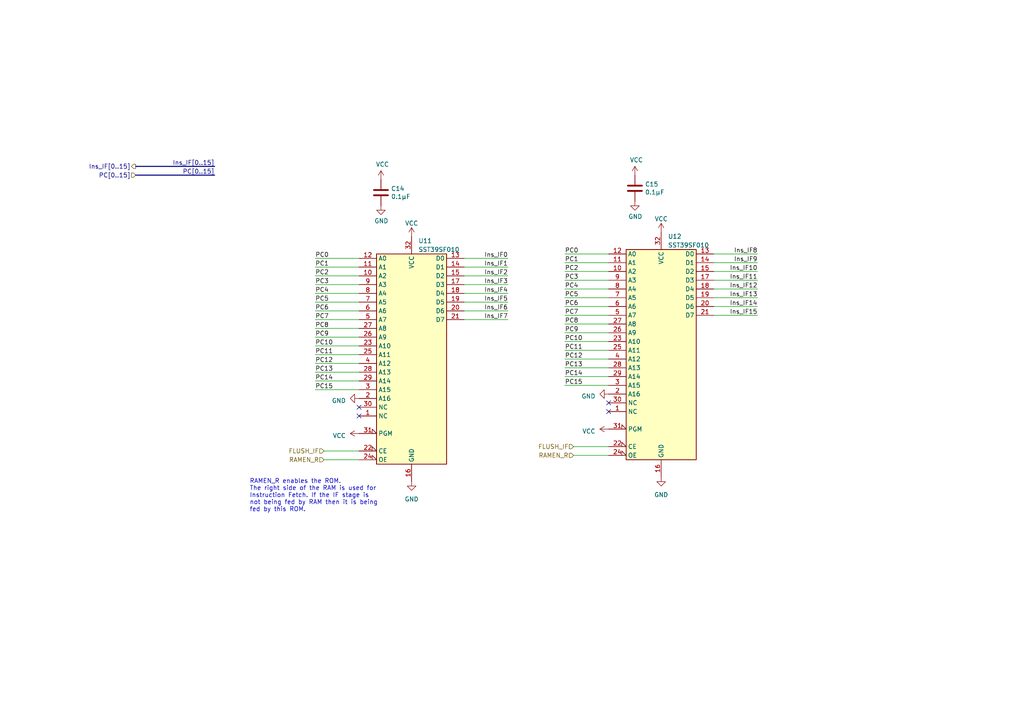
<source format=kicad_sch>
(kicad_sch (version 20250114) (generator "eeschema") (generator_version "9.0")
  (paper "A4")
  (title_block (date "2023-11-07") (rev "D"))
  (lib_symbols
    (symbol "Device:C" (pin_numbers (hide yes)) (pin_names (offset 0.254))
      (property "Reference" "C" (at 0.635 2.54 0))
      (property "Value" "C" (at 0.635 -2.54 0))
      (symbol "C_0_1"
        (polyline (pts (xy -2.032 0.762) (xy 2.032 0.762)) (stroke (width 0.508)))
        (polyline (pts (xy -2.032 -0.762) (xy 2.032 -0.762)) (stroke (width 0.508)))
      )
      (symbol "C_1_1"
        (pin passive line (at 0 3.81 270) (length 2.794) (name "~") (number "1"))
        (pin passive line (at 0 -3.81 90) (length 2.794) (name "~") (number "2"))
      )
    )
    (symbol "Memory_Flash:SST39SF010"
      (property "Reference" "U" (at 2.54 33.02 0))
      (property "Value" "SST39SF010" (at 0 -30.48 0))
      (symbol "SST39SF010_0_0"
        (pin power_in line (at 0 36.83 270) (length 5.08) (name "VCC") (number "32"))
        (pin power_in line (at 0 -34.29 90) (length 5.08) (name "GND") (number "16"))
      )
      (symbol "SST39SF010_0_1"
        (rectangle (start -10.16 31.75) (end 10.16 -29.21) (stroke (width 0.254)) (fill (type background)))
      )
      (symbol "SST39SF010_1_1"
        (pin input line (at -15.24 30.48 0) (length 5.08) (name "A0") (number "12"))
        (pin input line (at -15.24 27.94 0) (length 5.08) (name "A1") (number "11"))
        (pin input line (at -15.24 25.4 0) (length 5.08) (name "A2") (number "10"))
        (pin input line (at -15.24 22.86 0) (length 5.08) (name "A3") (number "9"))
        (pin input line (at -15.24 20.32 0) (length 5.08) (name "A4") (number "8"))
        (pin input line (at -15.24 17.78 0) (length 5.08) (name "A5") (number "7"))
        (pin input line (at -15.24 15.24 0) (length 5.08) (name "A6") (number "6"))
        (pin input line (at -15.24 12.7 0) (length 5.08) (name "A7") (number "5"))
        (pin input line (at -15.24 10.16 0) (length 5.08) (name "A8") (number "27"))
        (pin input line (at -15.24 7.62 0) (length 5.08) (name "A9") (number "26"))
        (pin input line (at -15.24 5.08 0) (length 5.08) (name "A10") (number "23"))
        (pin input line (at -15.24 2.54 0) (length 5.08) (name "A11") (number "25"))
        (pin input line (at -15.24 0 0) (length 5.08) (name "A12") (number "4"))
        (pin input line (at -15.24 -2.54 0) (length 5.08) (name "A13") (number "28"))
        (pin input line (at -15.24 -5.08 0) (length 5.08) (name "A14") (number "29"))
        (pin input line (at -15.24 -7.62 0) (length 5.08) (name "A15") (number "3"))
        (pin input line (at -15.24 -10.16 0) (length 5.08) (name "A16") (number "2"))
        (pin input line (at -15.24 -12.7 0) (length 5.08) (name "NC") (number "30"))
        (pin input line (at -15.24 -15.24 0) (length 5.08) (name "NC") (number "1"))
        (pin input input_low (at -15.24 -20.32 0) (length 5.08) (name "PGM") (number "31"))
        (pin input input_low (at -15.24 -25.4 0) (length 5.08) (name "CE") (number "22"))
        (pin input input_low (at -15.24 -27.94 0) (length 5.08) (name "OE") (number "24"))
        (pin tri_state line (at 15.24 30.48 180) (length 5.08) (name "D0") (number "13"))
        (pin tri_state line (at 15.24 27.94 180) (length 5.08) (name "D1") (number "14"))
        (pin tri_state line (at 15.24 25.4 180) (length 5.08) (name "D2") (number "15"))
        (pin tri_state line (at 15.24 22.86 180) (length 5.08) (name "D3") (number "17"))
        (pin tri_state line (at 15.24 20.32 180) (length 5.08) (name "D4") (number "18"))
        (pin tri_state line (at 15.24 17.78 180) (length 5.08) (name "D5") (number "19"))
        (pin tri_state line (at 15.24 15.24 180) (length 5.08) (name "D6") (number "20"))
        (pin tri_state line (at 15.24 12.7 180) (length 5.08) (name "D7") (number "21"))
      )
    )
    (symbol "power:GND" (power) (pin_names (offset 0))
      (property "Value" "GND" (at 0 -3.81 0))
      (symbol "GND_0_1"
        (polyline (pts (xy 0 0) (xy 0 -1.27) (xy 1.27 -1.27) (xy 0 -2.54) (xy -1.27 -1.27) (xy 0 -1.27)))
      )
      (symbol "GND_1_1"
        (pin power_in line (at 0 0 270) (length 0) (hide yes) (name "GND") (number "1"))
      )
    )
    (symbol "power:VCC" (power) (pin_names (offset 0))
      (property "Value" "VCC" (at 0 3.81 0))
      (symbol "VCC_0_1"
        (polyline (pts (xy -0.762 1.27) (xy 0 2.54)))
        (polyline (pts (xy 0 2.54) (xy 0.762 1.27)))
        (polyline (pts (xy 0 0) (xy 0 2.54)))
      )
      (symbol "VCC_1_1"
        (pin power_in line (at 0 0 90) (length 0) (hide yes) (name "VCC") (number "1"))
      )
    )
  )
  (text "RAMEN_R enables the ROM.\nThe right side of the RAM is used for\nInstruction Fetch. If the IF stage is\nnot being fed by RAM then it is being\nfed by this ROM." (at 72.39 148.59 0) (effects (font (size 1.27 1.27)) (justify left bottom)))
  (no_connect (at 176.53 119.38))
  (no_connect (at 104.14 118.11))
  (no_connect (at 104.14 120.65))
  (no_connect (at 176.53 116.84))
  (wire (pts (xy 91.44 85.09) (xy 104.14 85.09)))
  (wire (pts (xy 147.32 90.17) (xy 134.62 90.17)))
  (wire (pts (xy 163.83 101.6) (xy 176.53 101.6)))
  (wire (pts (xy 91.44 105.41) (xy 104.14 105.41)))
  (wire (pts (xy 163.83 81.28) (xy 176.53 81.28)))
  (wire (pts (xy 163.83 91.44) (xy 176.53 91.44)))
  (wire (pts (xy 91.44 80.01) (xy 104.14 80.01)))
  (wire (pts (xy 219.71 76.2) (xy 207.01 76.2)))
  (wire (pts (xy 91.44 92.71) (xy 104.14 92.71)))
  (wire (pts (xy 163.83 93.98) (xy 176.53 93.98)))
  (wire (pts (xy 91.44 113.03) (xy 104.14 113.03)))
  (wire (pts (xy 91.44 77.47) (xy 104.14 77.47)))
  (wire (pts (xy 91.44 107.95) (xy 104.14 107.95)))
  (wire (pts (xy 219.71 83.82) (xy 207.01 83.82)))
  (wire (pts (xy 147.32 80.01) (xy 134.62 80.01)))
  (wire (pts (xy 219.71 81.28) (xy 207.01 81.28)))
  (wire (pts (xy 91.44 100.33) (xy 104.14 100.33)))
  (bus (pts (xy 39.37 50.8) (xy 62.23 50.8)))
  (wire (pts (xy 147.32 92.71) (xy 134.62 92.71)))
  (wire (pts (xy 163.83 76.2) (xy 176.53 76.2)))
  (wire (pts (xy 163.83 111.76) (xy 176.53 111.76)))
  (wire (pts (xy 166.37 132.08) (xy 176.53 132.08)))
  (wire (pts (xy 163.83 78.74) (xy 176.53 78.74)))
  (wire (pts (xy 163.83 86.36) (xy 176.53 86.36)))
  (bus (pts (xy 39.37 48.26) (xy 62.23 48.26)))
  (wire (pts (xy 91.44 90.17) (xy 104.14 90.17)))
  (wire (pts (xy 91.44 87.63) (xy 104.14 87.63)))
  (wire (pts (xy 91.44 74.93) (xy 104.14 74.93)))
  (wire (pts (xy 147.32 74.93) (xy 134.62 74.93)))
  (wire (pts (xy 219.71 91.44) (xy 207.01 91.44)))
  (wire (pts (xy 147.32 77.47) (xy 134.62 77.47)))
  (wire (pts (xy 219.71 86.36) (xy 207.01 86.36)))
  (wire (pts (xy 219.71 88.9) (xy 207.01 88.9)))
  (wire (pts (xy 147.32 85.09) (xy 134.62 85.09)))
  (wire (pts (xy 147.32 87.63) (xy 134.62 87.63)))
  (wire (pts (xy 219.71 78.74) (xy 207.01 78.74)))
  (wire (pts (xy 163.83 104.14) (xy 176.53 104.14)))
  (wire (pts (xy 91.44 110.49) (xy 104.14 110.49)))
  (wire (pts (xy 163.83 109.22) (xy 176.53 109.22)))
  (wire (pts (xy 163.83 73.66) (xy 176.53 73.66)))
  (wire (pts (xy 91.44 95.25) (xy 104.14 95.25)))
  (wire (pts (xy 163.83 96.52) (xy 176.53 96.52)))
  (wire (pts (xy 91.44 97.79) (xy 104.14 97.79)))
  (wire (pts (xy 91.44 102.87) (xy 104.14 102.87)))
  (wire (pts (xy 163.83 88.9) (xy 176.53 88.9)))
  (wire (pts (xy 219.71 73.66) (xy 207.01 73.66)))
  (wire (pts (xy 91.44 82.55) (xy 104.14 82.55)))
  (wire (pts (xy 93.98 133.35) (xy 104.14 133.35)))
  (wire (pts (xy 93.98 130.81) (xy 104.14 130.81)))
  (wire (pts (xy 147.32 82.55) (xy 134.62 82.55)))
  (wire (pts (xy 163.83 83.82) (xy 176.53 83.82)))
  (wire (pts (xy 163.83 106.68) (xy 176.53 106.68)))
  (wire (pts (xy 166.37 129.54) (xy 176.53 129.54)))
  (wire (pts (xy 163.83 99.06) (xy 176.53 99.06)))
  (label "PC14" (at 163.83 109.22 0))
  (label "PC15" (at 163.83 111.76 0))
  (label "Ins_IF2" (at 147.32 80.01 180))
  (label "Ins_IF11" (at 219.71 81.28 180))
  (label "PC15" (at 91.44 113.03 0))
  (label "PC8" (at 91.44 95.25 0))
  (label "PC10" (at 91.44 100.33 0))
  (label "PC[0..15]" (at 62.23 50.8 180))
  (label "PC0" (at 91.44 74.93 0))
  (label "PC0" (at 163.83 73.66 0))
  (label "Ins_IF[0..15]" (at 62.23 48.26 180))
  (label "Ins_IF3" (at 147.32 82.55 180))
  (label "PC6" (at 163.83 88.9 0))
  (label "Ins_IF8" (at 219.71 73.66 180))
  (label "PC14" (at 91.44 110.49 0))
  (label "PC13" (at 163.83 106.68 0))
  (label "PC4" (at 91.44 85.09 0))
  (label "PC2" (at 163.83 78.74 0))
  (label "PC9" (at 163.83 96.52 0))
  (label "PC1" (at 91.44 77.47 0))
  (label "PC10" (at 163.83 99.06 0))
  (label "Ins_IF5" (at 147.32 87.63 180))
  (label "PC11" (at 163.83 101.6 0))
  (label "Ins_IF13" (at 219.71 86.36 180))
  (label "Ins_IF15" (at 219.71 91.44 180))
  (label "Ins_IF14" (at 219.71 88.9 180))
  (label "Ins_IF9" (at 219.71 76.2 180))
  (label "Ins_IF4" (at 147.32 85.09 180))
  (label "PC3" (at 163.83 81.28 0))
  (label "PC2" (at 91.44 80.01 0))
  (label "PC9" (at 91.44 97.79 0))
  (label "Ins_IF6" (at 147.32 90.17 180))
  (label "PC5" (at 91.44 87.63 0))
  (label "PC11" (at 91.44 102.87 0))
  (label "PC13" (at 91.44 107.95 0))
  (label "Ins_IF1" (at 147.32 77.47 180))
  (label "PC7" (at 163.83 91.44 0))
  (label "PC7" (at 91.44 92.71 0))
  (label "PC6" (at 91.44 90.17 0))
  (label "PC1" (at 163.83 76.2 0))
  (label "Ins_IF12" (at 219.71 83.82 180))
  (label "PC5" (at 163.83 86.36 0))
  (label "PC12" (at 163.83 104.14 0))
  (label "Ins_IF7" (at 147.32 92.71 180))
  (label "Ins_IF0" (at 147.32 74.93 180))
  (label "PC4" (at 163.83 83.82 0))
  (label "PC8" (at 163.83 93.98 0))
  (label "Ins_IF10" (at 219.71 78.74 180))
  (label "PC12" (at 91.44 105.41 0))
  (label "PC3" (at 91.44 82.55 0))
  (hierarchical_label "Ins_IF[0..15]" (shape output) (at 39.37 48.26 180))
  (hierarchical_label "FLUSH_IF" (shape input) (at 93.98 130.81 180))
  (hierarchical_label "PC[0..15]" (shape input) (at 39.37 50.8 180))
  (hierarchical_label "FLUSH_IF" (shape input) (at 166.37 129.54 180))
  (hierarchical_label "RAMEN_R" (shape input) (at 166.37 132.08 180))
  (hierarchical_label "RAMEN_R" (shape input) (at 93.98 133.35 180))
  (symbol (lib_id "power:VCC") (at 110.49 52.07 0) (unit 1)
    (property "Reference" "#PWR0150" (effects (hide yes)))
    (property "Value" "VCC" (at 110.9218 47.6758 0))
  )
  (symbol (lib_id "power:VCC") (at 176.53 124.46 90) (unit 1)
    (property "Reference" "#PWR0155" (effects (hide yes)))
    (property "Value" "VCC" (at 172.72 125.095 90) (effects (justify left)))
  )
  (symbol (lib_id "Memory_Flash:SST39SF010") (at 119.38 105.41 0) (unit 1)
    (property "Reference" "U11" (at 121.3359 69.85 0) (effects (justify left)))
    (property "Value" "SST39SF010" (at 121.3359 72.39 0) (effects (justify left)))
    (property "Footprint" "Package_LCC:843221B1RKTP" (effects (hide yes)))
    (property "Datasheet" "http://ww1.microchip.com/downloads/en/DeviceDoc/25022B.pdf" (effects (hide yes)))
    (property "Mouser" "https://www.mouser.com/ProductDetail/Microchip-Technology/SST39SF010A-45-4I-NHE?qs=tIuBKjZQlcn4x3o3EE%252B3qw%3D%3D" (effects (hide yes)))
    (property "Mouser2" "https://www.mouser.com/ProductDetail/517-8432-21B1-RK-TP" (effects (hide yes)))
  )
  (symbol (lib_id "power:GND") (at 191.77 138.43 0) (unit 1)
    (property "Reference" "#PWR0159" (effects (hide yes)))
    (property "Value" "GND" (at 191.77 143.51 0))
  )
  (symbol (lib_id "Device:C") (at 184.15 54.61 0) (unit 1)
    (property "Reference" "C15" (at 187.071 53.4416 0) (effects (justify left)))
    (property "Value" "0.1μF" (at 187.071 55.753 0) (effects (justify left)))
    (property "Footprint" "Capacitor_SMD:C_0603_1608Metric_Pad1.08x0.95mm_HandSolder" (effects (hide yes)))
    (property "Mouser" "https://www.mouser.com/ProductDetail/963-EMK107B7104KAHT" (effects (hide yes)))
  )
  (symbol (lib_id "power:GND") (at 184.15 58.42 0) (unit 1)
    (property "Reference" "#PWR0157" (effects (hide yes)))
    (property "Value" "GND" (at 184.277 62.8142 0))
  )
  (symbol (lib_id "power:VCC") (at 104.14 125.73 90) (unit 1)
    (property "Reference" "#PWR0149" (effects (hide yes)))
    (property "Value" "VCC" (at 100.33 126.365 90) (effects (justify left)))
  )
  (symbol (lib_id "power:VCC") (at 119.38 68.58 0) (unit 1)
    (property "Reference" "#PWR0152" (effects (hide yes)))
    (property "Value" "VCC" (at 119.38 64.77 0))
  )
  (symbol (lib_id "power:GND") (at 119.38 139.7 0) (unit 1)
    (property "Reference" "#PWR0153" (effects (hide yes)))
    (property "Value" "GND" (at 119.38 144.78 0))
  )
  (symbol (lib_id "power:GND") (at 176.53 114.3 270) (unit 1)
    (property "Reference" "#PWR0154" (effects (hide yes)))
    (property "Value" "GND" (at 172.72 114.935 90) (effects (justify right)))
  )
  (symbol (lib_id "power:VCC") (at 184.15 50.8 0) (unit 1)
    (property "Reference" "#PWR0156" (effects (hide yes)))
    (property "Value" "VCC" (at 184.5818 46.4058 0))
  )
  (symbol (lib_id "Device:C") (at 110.49 55.88 0) (unit 1)
    (property "Reference" "C14" (at 113.411 54.7116 0) (effects (justify left)))
    (property "Value" "0.1μF" (at 113.411 57.023 0) (effects (justify left)))
    (property "Footprint" "Capacitor_SMD:C_0603_1608Metric_Pad1.08x0.95mm_HandSolder" (effects (hide yes)))
    (property "Mouser" "https://www.mouser.com/ProductDetail/963-EMK107B7104KAHT" (effects (hide yes)))
  )
  (symbol (lib_id "Memory_Flash:SST39SF010") (at 191.77 104.14 0) (unit 1)
    (property "Reference" "U12" (at 193.7259 68.58 0) (effects (justify left)))
    (property "Value" "SST39SF010" (at 193.7259 71.12 0) (effects (justify left)))
    (property "Footprint" "Package_LCC:843221B1RKTP" (effects (hide yes)))
    (property "Datasheet" "http://ww1.microchip.com/downloads/en/DeviceDoc/25022B.pdf" (effects (hide yes)))
    (property "Mouser" "https://www.mouser.com/ProductDetail/Microchip-Technology/SST39SF010A-45-4I-NHE?qs=tIuBKjZQlcn4x3o3EE%252B3qw%3D%3D" (effects (hide yes)))
    (property "Mouser2" "https://www.mouser.com/ProductDetail/517-8432-21B1-RK-TP" (effects (hide yes)))
  )
  (symbol (lib_id "power:GND") (at 110.49 59.69 0) (unit 1)
    (property "Reference" "#PWR0151" (effects (hide yes)))
    (property "Value" "GND" (at 110.617 64.0842 0))
  )
  (symbol (lib_id "power:VCC") (at 191.77 67.31 0) (unit 1)
    (property "Reference" "#PWR0158" (effects (hide yes)))
    (property "Value" "VCC" (at 191.77 63.5 0))
  )
  (symbol (lib_id "power:GND") (at 104.14 115.57 270) (unit 1)
    (property "Reference" "#PWR0148" (effects (hide yes)))
    (property "Value" "GND" (at 100.33 116.205 90) (effects (justify right)))
  )
)
</source>
